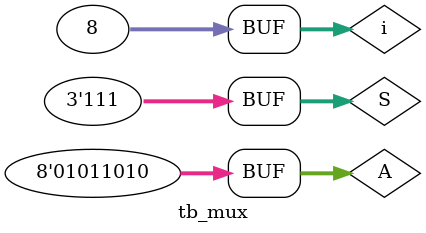
<source format=v>
module tb_mux #(parameter N = 3, M = 8);
    reg [M-1:0] A;
    reg [N-1:0] S;
    wire Y;

    variable_mux DUT ( .A(A), .S(S), .Y(Y));

    integer i;
    initial begin
        A = 8'b01011010;
        for(i=0; i<M; i=i+1) begin
            S = i;
            #5;
        end
    end

    initial begin
        $monitor("Time = %d, S = %d, Y = %d", $time, S, Y);
        $dumpfile("execute.vcd");
        $dumpvars();
    end
    
endmodule
</source>
